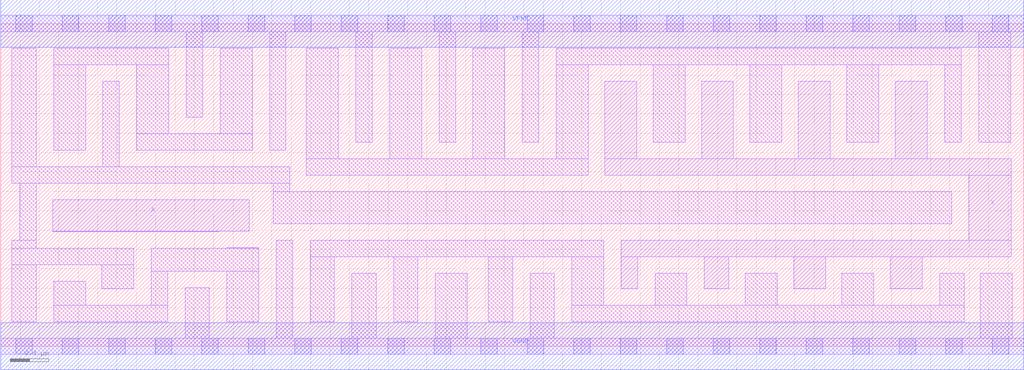
<source format=lef>
# Copyright 2020 The SkyWater PDK Authors
#
# Licensed under the Apache License, Version 2.0 (the "License");
# you may not use this file except in compliance with the License.
# You may obtain a copy of the License at
#
#     https://www.apache.org/licenses/LICENSE-2.0
#
# Unless required by applicable law or agreed to in writing, software
# distributed under the License is distributed on an "AS IS" BASIS,
# WITHOUT WARRANTIES OR CONDITIONS OF ANY KIND, either express or implied.
# See the License for the specific language governing permissions and
# limitations under the License.
#
# SPDX-License-Identifier: Apache-2.0

VERSION 5.7 ;
  NAMESCASESENSITIVE ON ;
  NOWIREEXTENSIONATPIN ON ;
  DIVIDERCHAR "/" ;
  BUSBITCHARS "[]" ;
UNITS
  DATABASE MICRONS 200 ;
END UNITS
MACRO sky130_fd_sc_lp__buflp_8
  CLASS CORE ;
  FOREIGN sky130_fd_sc_lp__buflp_8 ;
  ORIGIN  0.000000  0.000000 ;
  SIZE  10.56000 BY  3.330000 ;
  SYMMETRY X Y R90 ;
  SITE unit ;
  PIN A
    ANTENNAGATEAREA  1.890000 ;
    DIRECTION INPUT ;
    USE SIGNAL ;
    PORT
      LAYER li1 ;
        RECT 0.535000 1.180000 2.255000 1.185000 ;
        RECT 0.535000 1.185000 2.565000 1.515000 ;
    END
  END A
  PIN X
    ANTENNADIFFAREA  2.822400 ;
    DIRECTION OUTPUT ;
    USE SIGNAL ;
    PORT
      LAYER li1 ;
        RECT 6.235000 1.765000 10.435000 1.935000 ;
        RECT 6.235000 1.935000  6.565000 2.735000 ;
        RECT 6.405000 0.595000  6.575000 0.925000 ;
        RECT 6.405000 0.925000 10.435000 1.095000 ;
        RECT 7.235000 1.935000  7.565000 2.735000 ;
        RECT 7.265000 0.595000  7.515000 0.925000 ;
        RECT 8.185000 0.595000  8.515000 0.925000 ;
        RECT 8.235000 1.935000  8.565000 2.735000 ;
        RECT 9.185000 0.595000  9.515000 0.925000 ;
        RECT 9.235000 1.935000  9.565000 2.735000 ;
        RECT 9.995000 1.095000 10.435000 1.765000 ;
    END
  END X
  PIN VGND
    DIRECTION INOUT ;
    USE GROUND ;
    PORT
      LAYER met1 ;
        RECT 0.000000 -0.245000 10.560000 0.245000 ;
    END
  END VGND
  PIN VPWR
    DIRECTION INOUT ;
    USE POWER ;
    PORT
      LAYER met1 ;
        RECT 0.000000 3.085000 10.560000 3.575000 ;
    END
  END VPWR
  OBS
    LAYER li1 ;
      RECT  0.000000 -0.085000 10.560000 0.085000 ;
      RECT  0.000000  3.245000 10.560000 3.415000 ;
      RECT  0.115000  0.255000  0.365000 0.840000 ;
      RECT  0.115000  0.840000  1.375000 1.010000 ;
      RECT  0.115000  1.010000  0.365000 1.095000 ;
      RECT  0.115000  1.685000  2.985000 1.855000 ;
      RECT  0.115000  1.855000  0.365000 3.075000 ;
      RECT  0.195000  1.095000  0.365000 1.685000 ;
      RECT  0.545000  0.255000  1.725000 0.425000 ;
      RECT  0.545000  0.425000  0.875000 0.670000 ;
      RECT  0.545000  2.025000  0.875000 2.905000 ;
      RECT  0.545000  2.905000  1.735000 3.075000 ;
      RECT  1.045000  0.595000  1.375000 0.840000 ;
      RECT  1.055000  1.855000  1.225000 2.735000 ;
      RECT  1.405000  2.025000  2.595000 2.195000 ;
      RECT  1.405000  2.195000  1.735000 2.905000 ;
      RECT  1.555000  0.425000  1.725000 0.775000 ;
      RECT  1.555000  0.775000  2.665000 1.010000 ;
      RECT  1.905000  0.085000  2.155000 0.605000 ;
      RECT  1.915000  2.365000  2.085000 3.245000 ;
      RECT  2.265000  2.195000  2.595000 3.075000 ;
      RECT  2.335000  0.255000  2.665000 0.775000 ;
      RECT  2.335000  1.010000  2.665000 1.015000 ;
      RECT  2.775000  2.025000  2.945000 3.245000 ;
      RECT  2.815000  1.265000  9.820000 1.595000 ;
      RECT  2.815000  1.595000  2.985000 1.685000 ;
      RECT  2.845000  0.085000  3.015000 1.095000 ;
      RECT  3.155000  1.765000  6.065000 1.935000 ;
      RECT  3.155000  1.935000  3.485000 3.075000 ;
      RECT  3.195000  0.255000  3.445000 0.925000 ;
      RECT  3.195000  0.925000  6.225000 1.095000 ;
      RECT  3.625000  0.085000  3.875000 0.755000 ;
      RECT  3.665000  2.105000  3.835000 3.245000 ;
      RECT  4.015000  1.935000  4.345000 3.075000 ;
      RECT  4.055000  0.255000  4.305000 0.925000 ;
      RECT  4.485000  0.085000  4.815000 0.755000 ;
      RECT  4.525000  2.105000  4.695000 3.245000 ;
      RECT  4.875000  1.935000  5.205000 3.075000 ;
      RECT  5.035000  0.255000  5.285000 0.925000 ;
      RECT  5.385000  2.105000  5.555000 3.245000 ;
      RECT  5.465000  0.085000  5.715000 0.755000 ;
      RECT  5.735000  1.935000  6.065000 2.905000 ;
      RECT  5.735000  2.905000  9.915000 3.075000 ;
      RECT  5.895000  0.255000  9.945000 0.425000 ;
      RECT  5.895000  0.425000  6.225000 0.925000 ;
      RECT  6.735000  2.105000  7.065000 2.905000 ;
      RECT  6.755000  0.425000  7.085000 0.755000 ;
      RECT  7.685000  0.425000  8.015000 0.755000 ;
      RECT  7.735000  2.105000  8.065000 2.905000 ;
      RECT  8.685000  0.425000  9.015000 0.755000 ;
      RECT  8.735000  2.105000  9.065000 2.905000 ;
      RECT  9.695000  0.425000  9.945000 0.755000 ;
      RECT  9.745000  2.105000  9.915000 2.905000 ;
      RECT 10.095000  2.105000 10.425000 3.245000 ;
      RECT 10.115000  0.085000 10.445000 0.755000 ;
    LAYER mcon ;
      RECT  0.155000 -0.085000  0.325000 0.085000 ;
      RECT  0.155000  3.245000  0.325000 3.415000 ;
      RECT  0.635000 -0.085000  0.805000 0.085000 ;
      RECT  0.635000  3.245000  0.805000 3.415000 ;
      RECT  1.115000 -0.085000  1.285000 0.085000 ;
      RECT  1.115000  3.245000  1.285000 3.415000 ;
      RECT  1.595000 -0.085000  1.765000 0.085000 ;
      RECT  1.595000  3.245000  1.765000 3.415000 ;
      RECT  2.075000 -0.085000  2.245000 0.085000 ;
      RECT  2.075000  3.245000  2.245000 3.415000 ;
      RECT  2.555000 -0.085000  2.725000 0.085000 ;
      RECT  2.555000  3.245000  2.725000 3.415000 ;
      RECT  3.035000 -0.085000  3.205000 0.085000 ;
      RECT  3.035000  3.245000  3.205000 3.415000 ;
      RECT  3.515000 -0.085000  3.685000 0.085000 ;
      RECT  3.515000  3.245000  3.685000 3.415000 ;
      RECT  3.995000 -0.085000  4.165000 0.085000 ;
      RECT  3.995000  3.245000  4.165000 3.415000 ;
      RECT  4.475000 -0.085000  4.645000 0.085000 ;
      RECT  4.475000  3.245000  4.645000 3.415000 ;
      RECT  4.955000 -0.085000  5.125000 0.085000 ;
      RECT  4.955000  3.245000  5.125000 3.415000 ;
      RECT  5.435000 -0.085000  5.605000 0.085000 ;
      RECT  5.435000  3.245000  5.605000 3.415000 ;
      RECT  5.915000 -0.085000  6.085000 0.085000 ;
      RECT  5.915000  3.245000  6.085000 3.415000 ;
      RECT  6.395000 -0.085000  6.565000 0.085000 ;
      RECT  6.395000  3.245000  6.565000 3.415000 ;
      RECT  6.875000 -0.085000  7.045000 0.085000 ;
      RECT  6.875000  3.245000  7.045000 3.415000 ;
      RECT  7.355000 -0.085000  7.525000 0.085000 ;
      RECT  7.355000  3.245000  7.525000 3.415000 ;
      RECT  7.835000 -0.085000  8.005000 0.085000 ;
      RECT  7.835000  3.245000  8.005000 3.415000 ;
      RECT  8.315000 -0.085000  8.485000 0.085000 ;
      RECT  8.315000  3.245000  8.485000 3.415000 ;
      RECT  8.795000 -0.085000  8.965000 0.085000 ;
      RECT  8.795000  3.245000  8.965000 3.415000 ;
      RECT  9.275000 -0.085000  9.445000 0.085000 ;
      RECT  9.275000  3.245000  9.445000 3.415000 ;
      RECT  9.755000 -0.085000  9.925000 0.085000 ;
      RECT  9.755000  3.245000  9.925000 3.415000 ;
      RECT 10.235000 -0.085000 10.405000 0.085000 ;
      RECT 10.235000  3.245000 10.405000 3.415000 ;
  END
END sky130_fd_sc_lp__buflp_8
END LIBRARY

</source>
